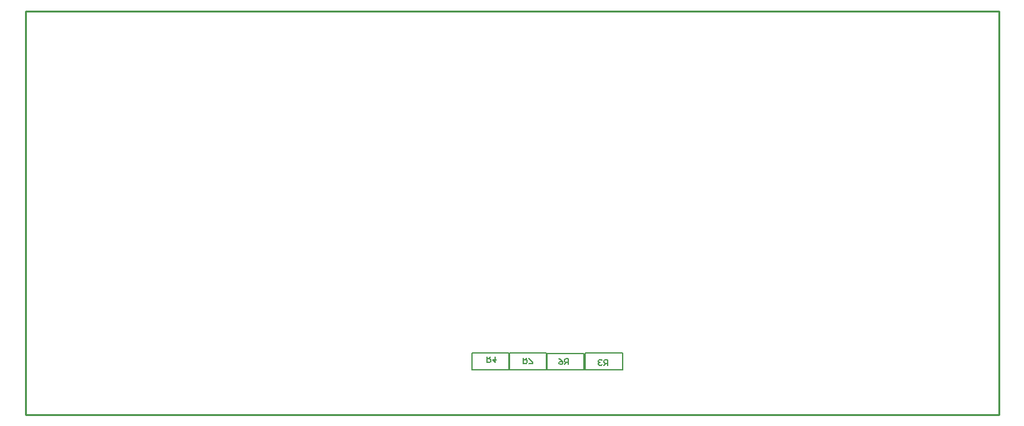
<source format=gbo>
G04*
G04 #@! TF.GenerationSoftware,Altium Limited,Altium Designer,20.1.7 (139)*
G04*
G04 Layer_Color=32896*
%FSLAX44Y44*%
%MOMM*%
G71*
G04*
G04 #@! TF.SameCoordinates,B5950D26-3139-43EA-A648-6E47058778E0*
G04*
G04*
G04 #@! TF.FilePolarity,Positive*
G04*
G01*
G75*
%ADD13C,0.2540*%
%ADD14C,0.1524*%
%ADD16C,0.1270*%
D13*
X254000Y869950D02*
Y1417320D01*
Y869950D02*
X1572260D01*
Y1417320D01*
X254000D02*
X1572260D01*
D14*
X867870Y953590D02*
X909170D01*
X858670Y931340D02*
X909170D01*
X858670Y953590D02*
X867870D01*
X909170Y931340D02*
Y953590D01*
X858670Y931340D02*
Y953590D01*
X918670D02*
X959970D01*
X909470Y931340D02*
X959970D01*
X909470Y953590D02*
X918670D01*
X959970Y931340D02*
Y953590D01*
X909470Y931340D02*
Y953590D01*
X960270Y931090D02*
X1001570D01*
X960270Y953340D02*
X1010770D01*
X1001570Y931090D02*
X1010770D01*
X960270D02*
Y953340D01*
X1010770Y931090D02*
Y953340D01*
X1021540Y953590D02*
X1062840D01*
X1012340Y931340D02*
X1062840D01*
X1012340Y953590D02*
X1021540D01*
X1062840Y931340D02*
Y953590D01*
X1012340Y931340D02*
Y953590D01*
D16*
X928652Y947419D02*
Y939801D01*
X932461D01*
X933730Y941071D01*
Y943610D01*
X932461Y944880D01*
X928652D01*
X931191D02*
X933730Y947419D01*
X936270Y939801D02*
X941348D01*
Y941071D01*
X936270Y946149D01*
Y947419D01*
X989328Y938531D02*
Y946149D01*
X985519D01*
X984250Y944879D01*
Y942340D01*
X985519Y941070D01*
X989328D01*
X986789D02*
X984250Y938531D01*
X976632Y946149D02*
X979171Y944879D01*
X981710Y942340D01*
Y939801D01*
X980441Y938531D01*
X977902D01*
X976632Y939801D01*
Y941070D01*
X977902Y942340D01*
X981710D01*
X878842Y948689D02*
Y941071D01*
X882651D01*
X883920Y942341D01*
Y944880D01*
X882651Y946150D01*
X878842D01*
X881381D02*
X883920Y948689D01*
X890268D02*
Y941071D01*
X886460Y944880D01*
X891538D01*
X1042668Y937261D02*
Y944879D01*
X1038859D01*
X1037590Y943609D01*
Y941070D01*
X1038859Y939800D01*
X1042668D01*
X1040129D02*
X1037590Y937261D01*
X1035050Y943609D02*
X1033781Y944879D01*
X1031242D01*
X1029972Y943609D01*
Y942340D01*
X1031242Y941070D01*
X1032511D01*
X1031242D01*
X1029972Y939800D01*
Y938531D01*
X1031242Y937261D01*
X1033781D01*
X1035050Y938531D01*
M02*

</source>
